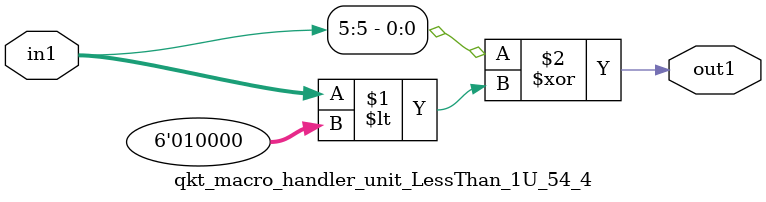
<source format=v>

`timescale 1ps / 1ps


module qkt_macro_handler_unit_LessThan_1U_54_4( in1, out1 );

    input [5:0] in1;
    output out1;

    
    // rtl_process:qkt_macro_handler_unit_LessThan_1U_54_4/qkt_macro_handler_unit_LessThan_1U_54_4_thread_1
    assign out1 = (in1[5] ^ in1 < 6'd16);

endmodule


</source>
